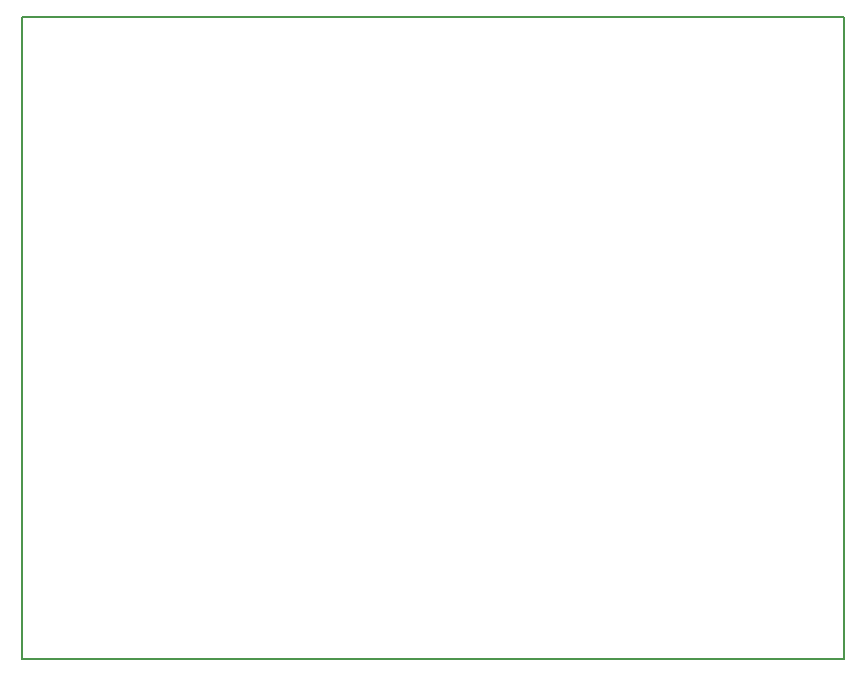
<source format=gbr>
%TF.GenerationSoftware,KiCad,Pcbnew,8.0.2-8.0.2-0~ubuntu24.04.1*%
%TF.CreationDate,2024-05-16T14:50:05-03:00*%
%TF.ProjectId,arduvga,61726475-7667-4612-9e6b-696361645f70,1*%
%TF.SameCoordinates,Original*%
%TF.FileFunction,Profile,NP*%
%FSLAX46Y46*%
G04 Gerber Fmt 4.6, Leading zero omitted, Abs format (unit mm)*
G04 Created by KiCad (PCBNEW 8.0.2-8.0.2-0~ubuntu24.04.1) date 2024-05-16 14:50:05*
%MOMM*%
%LPD*%
G01*
G04 APERTURE LIST*
%TA.AperFunction,Profile*%
%ADD10C,0.200000*%
%TD*%
G04 APERTURE END LIST*
D10*
X111760000Y-70612000D02*
X181356000Y-70612000D01*
X181356000Y-124968000D01*
X111760000Y-124968000D01*
X111760000Y-70612000D01*
M02*

</source>
